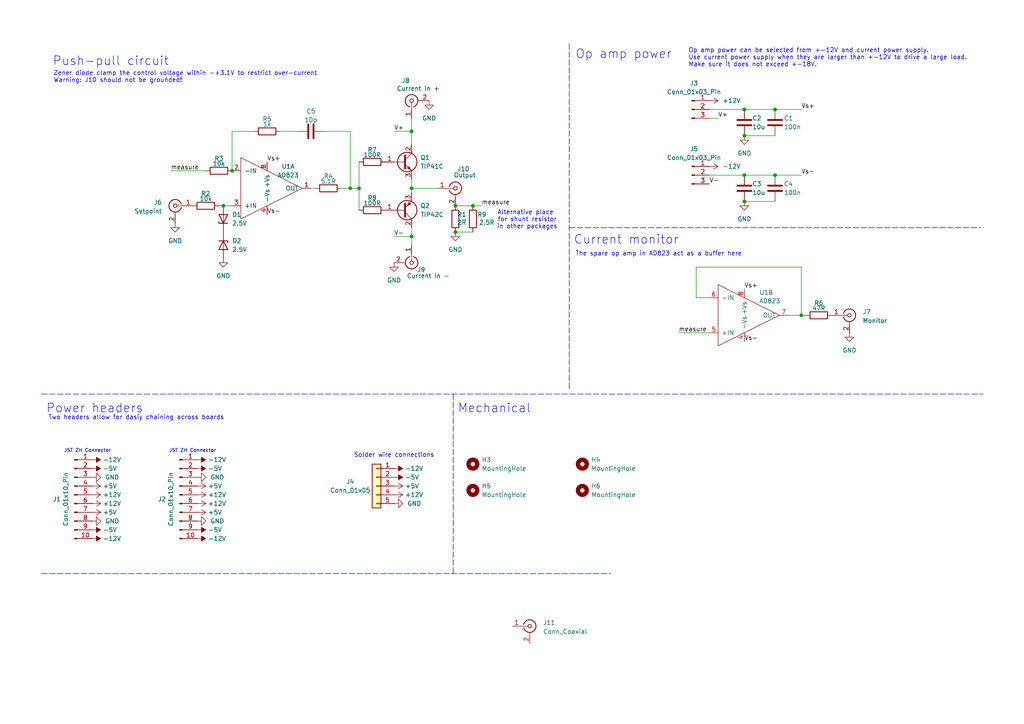
<source format=kicad_sch>
(kicad_sch (version 20250114) (generator "eeschema") (generator_version "9.0")
  (paper "A4")
  (title_block (title "Bipolar current control") (date "2025-06-04") (company "Mueller Group, UC Berkeley"))
  (lib_symbols
    (symbol "Connector:Conn_01x03_Pin" (pin_names (offset 1.016) (hide yes))
      (property "Reference" "J" (at 0 5.08 0))
      (property "Value" "Conn_01x03_Pin" (at 0 -5.08 0))
      (symbol "Conn_01x03_Pin_1_1"
        (rectangle (start 0.8636 2.667) (end 0 2.413) (stroke (width 0.1524)) (fill (type outline)))
        (rectangle (start 0.8636 0.127) (end 0 -0.127) (stroke (width 0.1524)) (fill (type outline)))
        (rectangle (start 0.8636 -2.413) (end 0 -2.667) (stroke (width 0.1524)) (fill (type outline)))
        (polyline (pts (xy 1.27 2.54) (xy 0.8636 2.54)) (stroke (width 0.1524)))
        (polyline (pts (xy 1.27 0) (xy 0.8636 0)) (stroke (width 0.1524)))
        (polyline (pts (xy 1.27 -2.54) (xy 0.8636 -2.54)) (stroke (width 0.1524)))
        (pin passive line (at 5.08 2.54 180) (length 3.81) (name "Pin_1") (number "1"))
        (pin passive line (at 5.08 0 180) (length 3.81) (name "Pin_2") (number "2"))
        (pin passive line (at 5.08 -2.54 180) (length 3.81) (name "Pin_3") (number "3"))
      )
    )
    (symbol "Connector:Conn_01x10_Pin" (pin_names (offset 1.016) (hide yes))
      (property "Reference" "J" (at 0 12.7 0))
      (property "Value" "Conn_01x10_Pin" (at 0 -15.24 0))
      (symbol "Conn_01x10_Pin_1_1"
        (rectangle (start 0.8636 10.287) (end 0 10.033) (stroke (width 0.1524)) (fill (type outline)))
        (rectangle (start 0.8636 7.747) (end 0 7.493) (stroke (width 0.1524)) (fill (type outline)))
        (rectangle (start 0.8636 5.207) (end 0 4.953) (stroke (width 0.1524)) (fill (type outline)))
        (rectangle (start 0.8636 2.667) (end 0 2.413) (stroke (width 0.1524)) (fill (type outline)))
        (rectangle (start 0.8636 0.127) (end 0 -0.127) (stroke (width 0.1524)) (fill (type outline)))
        (rectangle (start 0.8636 -2.413) (end 0 -2.667) (stroke (width 0.1524)) (fill (type outline)))
        (rectangle (start 0.8636 -4.953) (end 0 -5.207) (stroke (width 0.1524)) (fill (type outline)))
        (rectangle (start 0.8636 -7.493) (end 0 -7.747) (stroke (width 0.1524)) (fill (type outline)))
        (rectangle (start 0.8636 -10.033) (end 0 -10.287) (stroke (width 0.1524)) (fill (type outline)))
        (rectangle (start 0.8636 -12.573) (end 0 -12.827) (stroke (width 0.1524)) (fill (type outline)))
        (polyline (pts (xy 1.27 10.16) (xy 0.8636 10.16)) (stroke (width 0.1524)))
        (polyline (pts (xy 1.27 7.62) (xy 0.8636 7.62)) (stroke (width 0.1524)))
        (polyline (pts (xy 1.27 5.08) (xy 0.8636 5.08)) (stroke (width 0.1524)))
        (polyline (pts (xy 1.27 2.54) (xy 0.8636 2.54)) (stroke (width 0.1524)))
        (polyline (pts (xy 1.27 0) (xy 0.8636 0)) (stroke (width 0.1524)))
        (polyline (pts (xy 1.27 -2.54) (xy 0.8636 -2.54)) (stroke (width 0.1524)))
        (polyline (pts (xy 1.27 -5.08) (xy 0.8636 -5.08)) (stroke (width 0.1524)))
        (polyline (pts (xy 1.27 -7.62) (xy 0.8636 -7.62)) (stroke (width 0.1524)))
        (polyline (pts (xy 1.27 -10.16) (xy 0.8636 -10.16)) (stroke (width 0.1524)))
        (polyline (pts (xy 1.27 -12.7) (xy 0.8636 -12.7)) (stroke (width 0.1524)))
        (pin passive line (at 5.08 10.16 180) (length 3.81) (name "Pin_1") (number "1"))
        (pin passive line (at 5.08 7.62 180) (length 3.81) (name "Pin_2") (number "2"))
        (pin passive line (at 5.08 5.08 180) (length 3.81) (name "Pin_3") (number "3"))
        (pin passive line (at 5.08 2.54 180) (length 3.81) (name "Pin_4") (number "4"))
        (pin passive line (at 5.08 0 180) (length 3.81) (name "Pin_5") (number "5"))
        (pin passive line (at 5.08 -2.54 180) (length 3.81) (name "Pin_6") (number "6"))
        (pin passive line (at 5.08 -5.08 180) (length 3.81) (name "Pin_7") (number "7"))
        (pin passive line (at 5.08 -7.62 180) (length 3.81) (name "Pin_8") (number "8"))
        (pin passive line (at 5.08 -10.16 180) (length 3.81) (name "Pin_9") (number "9"))
        (pin passive line (at 5.08 -12.7 180) (length 3.81) (name "Pin_10") (number "10"))
      )
    )
    (symbol "Connector:Conn_Coaxial" (pin_names (offset 1.016) (hide yes))
      (property "Reference" "J" (at 0.254 3.048 0))
      (property "Value" "Conn_Coaxial" (at 2.921 0 90))
      (symbol "Conn_Coaxial_0_1"
        (polyline (pts (xy -2.54 0) (xy -0.508 0)))
        (arc (start 1.778 0) (mid 0.222 -1.8079) (end -1.778 -0.508) (stroke (width 0.254)))
        (arc (start -1.778 0.508) (mid 0.2221 1.8084) (end 1.778 0) (stroke (width 0.254)))
        (circle (center 0 0) (radius 0.508) (stroke (width 0.2032)))
        (polyline (pts (xy 0 -2.54) (xy 0 -1.778)))
      )
      (symbol "Conn_Coaxial_1_1"
        (pin passive line (at -5.08 0 0) (length 2.54) (name "In") (number "1"))
        (pin passive line (at 0 -5.08 90) (length 2.54) (name "Ext") (number "2"))
      )
    )
    (symbol "Connector_Generic:Conn_01x05" (pin_names (offset 1.016) (hide yes))
      (property "Reference" "J" (at 0 7.62 0))
      (property "Value" "Conn_01x05" (at 0 -7.62 0))
      (symbol "Conn_01x05_1_1"
        (rectangle (start -1.27 6.35) (end 1.27 -6.35) (stroke (width 0.254)) (fill (type background)))
        (rectangle (start -1.27 5.207) (end 0 4.953) (stroke (width 0.1524)))
        (rectangle (start -1.27 2.667) (end 0 2.413) (stroke (width 0.1524)))
        (rectangle (start -1.27 0.127) (end 0 -0.127) (stroke (width 0.1524)))
        (rectangle (start -1.27 -2.413) (end 0 -2.667) (stroke (width 0.1524)))
        (rectangle (start -1.27 -4.953) (end 0 -5.207) (stroke (width 0.1524)))
        (pin passive line (at -5.08 5.08 0) (length 3.81) (name "Pin_1") (number "1"))
        (pin passive line (at -5.08 2.54 0) (length 3.81) (name "Pin_2") (number "2"))
        (pin passive line (at -5.08 0 0) (length 3.81) (name "Pin_3") (number "3"))
        (pin passive line (at -5.08 -2.54 0) (length 3.81) (name "Pin_4") (number "4"))
        (pin passive line (at -5.08 -5.08 0) (length 3.81) (name "Pin_5") (number "5"))
      )
    )
    (symbol "Device:C" (pin_numbers (hide yes)) (pin_names (offset 0.254))
      (property "Reference" "C" (at 0.635 2.54 0))
      (property "Value" "C" (at 0.635 -2.54 0))
      (symbol "C_0_1"
        (polyline (pts (xy -2.032 0.762) (xy 2.032 0.762)) (stroke (width 0.508)))
        (polyline (pts (xy -2.032 -0.762) (xy 2.032 -0.762)) (stroke (width 0.508)))
      )
      (symbol "C_1_1"
        (pin passive line (at 0 3.81 270) (length 2.794) (name "~") (number "1"))
        (pin passive line (at 0 -3.81 90) (length 2.794) (name "~") (number "2"))
      )
    )
    (symbol "Device:D_Zener" (pin_numbers (hide yes)) (pin_names (offset 1.016) (hide yes))
      (property "Reference" "D" (at 0 2.54 0))
      (property "Value" "D_Zener" (at 0 -2.54 0))
      (symbol "D_Zener_0_1"
        (polyline (pts (xy -1.27 -1.27) (xy -1.27 1.27) (xy -0.762 1.27)) (stroke (width 0.254)))
        (polyline (pts (xy 1.27 0) (xy -1.27 0)))
        (polyline (pts (xy 1.27 -1.27) (xy 1.27 1.27) (xy -1.27 0) (xy 1.27 -1.27)) (stroke (width 0.254)))
      )
      (symbol "D_Zener_1_1"
        (pin passive line (at -3.81 0 0) (length 2.54) (name "K") (number "1"))
        (pin passive line (at 3.81 0 180) (length 2.54) (name "A") (number "2"))
      )
    )
    (symbol "Device:R" (pin_numbers (hide yes)) (pin_names (offset 0))
      (property "Reference" "R" (at 2.032 0 90))
      (property "Value" "R" (at 0 0 90))
      (symbol "R_0_1"
        (rectangle (start -1.016 -2.54) (end 1.016 2.54) (stroke (width 0.254)))
      )
      (symbol "R_1_1"
        (pin passive line (at 0 3.81 270) (length 1.27) (name "~") (number "1"))
        (pin passive line (at 0 -3.81 90) (length 1.27) (name "~") (number "2"))
      )
    )
    (symbol "Mechanical:MountingHole" (pin_names (offset 1.016)) (exclude_from_sim yes) (in_bom no)
      (property "Reference" "H" (at 0 5.08 0))
      (property "Value" "MountingHole" (at 0 3.175 0))
      (symbol "MountingHole_0_1"
        (circle (center 0 0) (radius 1.27) (stroke (width 1.27)))
      )
    )
    (symbol "Transistor_BJT:TIP41C" (pin_names (offset 0) (hide yes))
      (property "Reference" "Q" (at 6.35 1.905 0))
      (property "Value" "TIP41C" (at 6.35 0 0))
      (symbol "TIP41C_0_1"
        (polyline (pts (xy -2.54 0) (xy 0.635 0)))
        (polyline (pts (xy 0.635 1.905) (xy 0.635 -1.905)) (stroke (width 0.508)))
        (circle (center 1.27 0) (radius 2.8194) (stroke (width 0.254)))
      )
      (symbol "TIP41C_1_1"
        (polyline (pts (xy 0.635 0.635) (xy 2.54 2.54)))
        (polyline (pts (xy 0.635 -0.635) (xy 2.54 -2.54)))
        (polyline (pts (xy 1.27 -1.778) (xy 1.778 -1.27) (xy 2.286 -2.286) (xy 1.27 -1.778)) (fill (type outline)))
        (pin input line (at -5.08 0 0) (length 2.54) (name "B") (number "1"))
        (pin passive line (at 2.54 5.08 270) (length 2.54) (name "C") (number "2"))
        (pin passive line (at 2.54 -5.08 90) (length 2.54) (name "E") (number "3"))
      )
    )
    (symbol "Transistor_BJT:TIP42C" (pin_names (offset 0) (hide yes))
      (property "Reference" "Q" (at 6.35 1.905 0))
      (property "Value" "TIP42C" (at 6.35 0 0))
      (symbol "TIP42C_0_1"
        (polyline (pts (xy -2.54 0) (xy 0.635 0)))
        (polyline (pts (xy 0.635 1.905) (xy 0.635 -1.905)) (stroke (width 0.508)))
        (polyline (pts (xy 0.635 0.635) (xy 2.54 2.54)))
        (polyline (pts (xy 0.635 -0.635) (xy 2.54 -2.54)))
        (circle (center 1.27 0) (radius 2.8194) (stroke (width 0.254)))
        (polyline (pts (xy 2.286 -1.778) (xy 1.778 -2.286) (xy 1.27 -1.27) (xy 2.286 -1.778)) (fill (type outline)))
      )
      (symbol "TIP42C_1_1"
        (pin input line (at -5.08 0 0) (length 2.54) (name "B") (number "1"))
        (pin passive line (at 2.54 5.08 270) (length 2.54) (name "C") (number "2"))
        (pin passive line (at 2.54 -5.08 90) (length 2.54) (name "E") (number "3"))
      )
    )
    (symbol "matterwaves_symbol:AD823" (pin_names (offset 1.016))
      (property "Reference" "U" (at -11.43 1.27 0))
      (property "Value" "AD823" (at -11.43 -1.27 0))
      (symbol "AD823_0_1"
        (polyline (pts (xy 10.16 0) (xy -7.62 -8.89) (xy -7.62 8.89) (xy 10.16 0)))
        (pin passive line (at 0 7.62 270) (length 2.54) (name "+Vs") (number "8"))
        (pin passive line (at 0 -7.62 90) (length 2.54) (name "-Vs") (number "4"))
      )
      (symbol "AD823_1_1"
        (pin passive line (at -10.16 5.08 0) (length 2.54) (name "-IN") (number "2"))
        (pin passive line (at -10.16 -5.08 0) (length 2.54) (name "+IN") (number "3"))
        (pin passive line (at 12.7 0 180) (length 2.54) (name "OUT") (number "1"))
      )
      (symbol "AD823_2_1"
        (pin passive line (at -10.16 5.08 0) (length 2.54) (name "-IN") (number "6"))
        (pin passive line (at -10.16 -5.08 0) (length 2.54) (name "+IN") (number "5"))
        (pin passive line (at 12.7 0 180) (length 2.54) (name "OUT") (number "7"))
      )
    )
    (symbol "power:+12V" (power) (pin_numbers (hide yes)) (pin_names (offset 0) (hide yes))
      (property "Value" "+12V" (at 0 3.556 0))
      (symbol "+12V_0_1"
        (polyline (pts (xy -0.762 1.27) (xy 0 2.54)))
        (polyline (pts (xy 0 2.54) (xy 0.762 1.27)))
        (polyline (pts (xy 0 0) (xy 0 2.54)))
      )
      (symbol "+12V_1_1"
        (pin power_in line (at 0 0 90) (length 0) (name "~") (number "1"))
      )
    )
    (symbol "power:+5V" (power) (pin_numbers (hide yes)) (pin_names (offset 0) (hide yes))
      (property "Value" "+5V" (at 0 3.556 0))
      (symbol "+5V_0_1"
        (polyline (pts (xy -0.762 1.27) (xy 0 2.54)))
        (polyline (pts (xy 0 2.54) (xy 0.762 1.27)))
        (polyline (pts (xy 0 0) (xy 0 2.54)))
      )
      (symbol "+5V_1_1"
        (pin power_in line (at 0 0 90) (length 0) (name "~") (number "1"))
      )
    )
    (symbol "power:-12V" (power) (pin_numbers (hide yes)) (pin_names (offset 0) (hide yes))
      (property "Value" "-12V" (at 0 3.556 0))
      (symbol "-12V_0_0"
        (pin power_in line (at 0 0 90) (length 0) (name "~") (number "1"))
      )
      (symbol "-12V_0_1"
        (polyline (pts (xy 0 0) (xy 0 1.27) (xy 0.762 1.27) (xy 0 2.54) (xy -0.762 1.27) (xy 0 1.27)) (fill (type outline)))
      )
    )
    (symbol "power:-5V" (power) (pin_numbers (hide yes)) (pin_names (offset 0) (hide yes))
      (property "Value" "-5V" (at 0 3.556 0))
      (symbol "-5V_0_0"
        (pin power_in line (at 0 0 90) (length 0) (name "~") (number "1"))
      )
      (symbol "-5V_0_1"
        (polyline (pts (xy 0 0) (xy 0 1.27) (xy 0.762 1.27) (xy 0 2.54) (xy -0.762 1.27) (xy 0 1.27)) (fill (type outline)))
      )
    )
    (symbol "power:GND" (power) (pin_numbers (hide yes)) (pin_names (offset 0) (hide yes))
      (property "Value" "GND" (at 0 -3.81 0))
      (symbol "GND_0_1"
        (polyline (pts (xy 0 0) (xy 0 -1.27) (xy 1.27 -1.27) (xy 0 -2.54) (xy -1.27 -1.27) (xy 0 -1.27)))
      )
      (symbol "GND_1_1"
        (pin power_in line (at 0 0 270) (length 0) (name "~") (number "1"))
      )
    )
  )
  (text "Solder wire connections" (at 114.3 132.08 0) (effects (font (size 1.27 1.27))))
  (text "Mechanical" (at 132.715 120.015 0) (effects (font (size 2.54 2.54)) (justify left bottom)))
  (text "The spare op amp in AD823 act as a buffer here" (at 166.878 74.422 0) (effects (font (size 1.27 1.27)) (justify left bottom)))
  (text "JST ZH Connector" (at 55.88 130.81 0) (effects (font (size 1 1))))
  (text "Power headers" (at 13.335 120.015 0) (effects (font (size 2.54 2.54)) (justify left bottom)))
  (text "Two headers allow for dasiy chaining across boards" (at 13.97 121.92 0) (effects (font (size 1.27 1.27)) (justify left bottom)))
  (text "Push-pull circuit" (at 15.24 19.304 0) (effects (font (size 2.54 2.54)) (justify left bottom)))
  (text "Alternative place \nfor shunt resistor\nin other packages" (at 152.908 63.754 0) (effects (font (size 1.27 1.27))))
  (text "Op amp power can be selected from +-12V and current power supply.\nUse current power supply when they are larger than +-12V to drive a large load.\nMake sure it does not exceed +-18V.\n" (at 199.644 16.764 0) (effects (font (size 1.27 1.27)) (justify left)))
  (text "JST ZH Connector" (at 25.4 130.81 0) (effects (font (size 1 1))))
  (text "Current monitor" (at 166.37 71.12 0) (effects (font (size 2.54 2.54)) (justify left bottom)))
  (text "Zener diode clamp the control voltage within -+3.1V to restrict over-current\nWarning: J10 should not be grounded!" (at 15.494 24.13 0) (effects (font (size 1.27 1.27)) (justify left bottom)))
  (text "Op amp power" (at 166.878 17.272 0) (effects (font (size 2.54 2.54)) (justify left bottom)))
  (junction (at 232.41 91.44))
  (junction (at 104.14 54.61))
  (junction (at 137.16 59.69))
  (junction (at 64.77 59.69))
  (junction (at 224.79 31.75))
  (junction (at 101.6 54.61))
  (junction (at 119.38 38.1))
  (junction (at 119.38 54.61))
  (junction (at 224.79 50.8))
  (junction (at 132.08 67.31))
  (junction (at 119.38 68.58))
  (junction (at 215.9 39.37))
  (junction (at 215.9 50.8))
  (junction (at 132.08 59.69))
  (junction (at 215.9 58.42))
  (junction (at 215.9 31.75))
  (junction (at 67.31 49.53))
  (wire (pts (xy 86.36 38.1) (xy 81.28 38.1)))
  (wire (pts (xy 63.5 59.69) (xy 64.77 59.69)))
  (wire (pts (xy 205.74 86.36) (xy 201.93 86.36)))
  (polyline (pts (xy 12.065 166.37) (xy 177.165 166.37)) (stroke (width 0) (type dash)))
  (wire (pts (xy 132.08 67.31) (xy 137.16 67.31)))
  (wire (pts (xy 119.38 52.07) (xy 119.38 54.61)))
  (wire (pts (xy 233.68 91.44) (xy 232.41 91.44)))
  (wire (pts (xy 215.9 58.42) (xy 224.79 58.42)))
  (wire (pts (xy 119.38 68.58) (xy 119.38 66.04)))
  (wire (pts (xy 215.9 39.37) (xy 224.79 39.37)))
  (wire (pts (xy 101.6 54.61) (xy 104.14 54.61)))
  (wire (pts (xy 104.14 54.61) (xy 104.14 60.96)))
  (polyline (pts (xy 165.1 66.04) (xy 284.48 66.04)) (stroke (width 0) (type dash)))
  (wire (pts (xy 49.53 49.53) (xy 59.69 49.53)))
  (wire (pts (xy 132.08 59.69) (xy 137.16 59.69)))
  (wire (pts (xy 67.31 38.1) (xy 73.66 38.1)))
  (wire (pts (xy 119.38 54.61) (xy 127 54.61)))
  (wire (pts (xy 201.93 86.36) (xy 201.93 77.47)))
  (wire (pts (xy 232.41 31.75) (xy 224.79 31.75)))
  (wire (pts (xy 93.98 38.1) (xy 101.6 38.1)))
  (wire (pts (xy 119.38 38.1) (xy 119.38 41.91)))
  (wire (pts (xy 228.6 91.44) (xy 232.41 91.44)))
  (polyline (pts (xy 131.445 114.3) (xy 131.445 166.37)) (stroke (width 0) (type dash)))
  (polyline (pts (xy 12.065 114.3) (xy 285.115 114.3)) (stroke (width 0) (type dash)))
  (wire (pts (xy 205.74 50.8) (xy 215.9 50.8)))
  (wire (pts (xy 201.93 77.47) (xy 232.41 77.47)))
  (wire (pts (xy 196.85 96.52) (xy 205.74 96.52)))
  (wire (pts (xy 90.17 54.61) (xy 91.44 54.61)))
  (wire (pts (xy 119.38 34.29) (xy 119.38 38.1)))
  (wire (pts (xy 232.41 77.47) (xy 232.41 91.44)))
  (wire (pts (xy 139.7 59.69) (xy 137.16 59.69)))
  (wire (pts (xy 232.41 50.8) (xy 224.79 50.8)))
  (polyline (pts (xy 165.1 12.7) (xy 165.1 113.03)) (stroke (width 0) (type dash)))
  (wire (pts (xy 119.38 71.12) (xy 119.38 68.58)))
  (wire (pts (xy 101.6 38.1) (xy 101.6 54.61)))
  (wire (pts (xy 64.77 59.69) (xy 67.31 59.69)))
  (wire (pts (xy 224.79 31.75) (xy 215.9 31.75)))
  (wire (pts (xy 114.3 38.1) (xy 119.38 38.1)))
  (wire (pts (xy 114.3 68.58) (xy 119.38 68.58)))
  (wire (pts (xy 104.14 46.99) (xy 104.14 54.61)))
  (wire (pts (xy 101.6 54.61) (xy 99.06 54.61)))
  (wire (pts (xy 208.28 34.29) (xy 205.74 34.29)))
  (wire (pts (xy 67.31 49.53) (xy 67.31 38.1)))
  (wire (pts (xy 205.74 31.75) (xy 215.9 31.75)))
  (wire (pts (xy 119.38 54.61) (xy 119.38 55.88)))
  (wire (pts (xy 224.79 50.8) (xy 215.9 50.8)))
  (label "Vs+" (at 77.47 46.99 0))
  (label "Vs-" (at 232.41 50.8 0))
  (label "measure" (at 196.85 96.52 0))
  (label "measure" (at 139.7 59.69 0))
  (label "Vs+" (at 232.41 31.75 0))
  (label "Vs-" (at 215.9 99.06 0))
  (label "V+" (at 114.3 38.1 0))
  (label "Vs-" (at 77.47 62.23 0))
  (label "V+" (at 208.28 34.29 0))
  (label "measure" (at 49.53 49.53 0))
  (label "V-" (at 114.3 68.58 0))
  (label "Vs+" (at 215.9 83.82 0))
  (label "V-" (at 205.74 53.34 0))
  (symbol (lib_id "Connector:Conn_01x03_Pin") (at 200.66 31.75 0) (unit 1)
    (property "Reference" "J3" (at 201.295 24.13 0))
    (property "Value" "Conn_01x03_Pin" (at 201.295 26.67 0))
    (property "Footprint" "Connector_PinHeader_2.54mm:PinHeader_1x03_P2.54mm_Vertical" (effects (hide yes)))
    (property "Description" "Generic connector, single row, 01x03, script generated" (effects (hide yes)))
  )
  (symbol (lib_id "power:-12V") (at 114.3 135.89 270) (unit 1)
    (property "Reference" "#PWR023" (effects (hide yes)))
    (property "Value" "-12V" (at 117.475 135.89 90) (effects (justify left)))
    (property "Description" "Power symbol creates a global label with name \"-12V\"" (effects (hide yes)))
  )
  (symbol (lib_id "power:GND") (at 124.46 29.21 0) (unit 1)
    (property "Reference" "#PWR021" (effects (hide yes)))
    (property "Value" "GND" (at 124.46 34.29 0))
    (property "Description" "Power symbol creates a global label with name \"GND\" , ground" (effects (hide yes)))
  )
  (symbol (lib_id "Device:R") (at 137.16 63.5 0) (unit 1)
    (property "Reference" "R9" (at 138.43 62.23 0) (effects (justify left)))
    (property "Value" "2.5R" (at 138.938 64.516 0) (effects (justify left)))
    (property "Footprint" "Resistor_THT:R_Axial_Power_L25.0mm_W9.0mm_P30.48mm" (effects (hide yes)))
    (property "Description" "Resistor" (effects (hide yes)))
    (property "LCSC" "C19708020" (effects (hide yes)))
  )
  (symbol (lib_id "Device:R") (at 107.95 60.96 90) (unit 1)
    (property "Reference" "R8" (at 107.95 57.404 90))
    (property "Value" "100R" (at 107.95 58.928 90))
    (property "Footprint" "Resistor_THT:R_Axial_DIN0207_L6.3mm_D2.5mm_P10.16mm_Horizontal" (effects (hide yes)))
    (property "Description" "Resistor" (effects (hide yes)))
    (property "LCSC" "C57438" (effects (hide yes)))
  )
  (symbol (lib_id "Mechanical:MountingHole") (at 137.16 134.62 0) (unit 1) (exclude_from_sim yes) (in_bom no)
    (property "Reference" "H3" (at 139.7 133.3499 0) (effects (justify left)))
    (property "Value" "MountingHole" (at 139.7 135.8899 0) (effects (justify left)))
    (property "Footprint" "MountingHole:MountingHole_3.2mm_M3" (effects (hide yes)))
    (property "Description" "Mounting Hole without connection" (effects (hide yes)))
  )
  (symbol (lib_id "Transistor_BJT:TIP41C") (at 116.84 46.99 0) (unit 1)
    (property "Reference" "Q1" (at 121.92 45.7199 0) (effects (justify left)))
    (property "Value" "TIP41C" (at 121.92 48.2599 0) (effects (justify left)))
    (property "Footprint" "Package_TO_SOT_THT:TO-220-3_Vertical" (effects (hide yes)))
    (property "Datasheet" "https://www.centralsemi.com/get_document.php?cmp=1&mergetype=pd&mergepath=pd&pdf_id=tip41.PDF" (effects (hide yes)))
    (property "Description" "6A Ic, 100V Vce, Power NPN Transistor, TO-220" (effects (hide yes)))
    (property "LCSC" "C92310" (effects (hide yes)))
  )
  (symbol (lib_id "power:-12V") (at 57.15 156.21 270) (unit 1)
    (property "Reference" "#PWR020" (effects (hide yes)))
    (property "Value" "-12V" (at 60.325 156.21 90) (effects (justify left)))
    (property "Description" "Power symbol creates a global label with name \"-12V\"" (effects (hide yes)))
  )
  (symbol (lib_id "power:GND") (at 114.3 146.05 90) (unit 1)
    (property "Reference" "#PWR027" (effects (hide yes)))
    (property "Value" "GND" (at 118.11 146.05 90) (effects (justify right)))
    (property "Description" "Power symbol creates a global label with name \"GND\" , ground" (effects (hide yes)))
  )
  (symbol (lib_id "power:+12V") (at 26.67 146.05 270) (unit 1)
    (property "Reference" "#PWR06" (effects (hide yes)))
    (property "Value" "+12V" (at 29.845 146.05 90) (effects (justify left)))
    (property "Description" "Power symbol creates a global label with name \"+12V\"" (effects (hide yes)))
  )
  (symbol (lib_id "power:GND") (at 57.15 151.13 90) (unit 1)
    (property "Reference" "#PWR018" (effects (hide yes)))
    (property "Value" "GND" (at 60.96 151.13 90) (effects (justify right)))
    (property "Description" "Power symbol creates a global label with name \"GND\" , ground" (effects (hide yes)))
  )
  (symbol (lib_id "power:GND") (at 64.77 74.93 0) (unit 1)
    (property "Reference" "#PWR035" (effects (hide yes)))
    (property "Value" "GND" (at 64.77 80.01 0))
    (property "Description" "Power symbol creates a global label with name \"GND\" , ground" (effects (hide yes)))
  )
  (symbol (lib_id "power:+5V") (at 26.67 140.97 270) (unit 1)
    (property "Reference" "#PWR04" (effects (hide yes)))
    (property "Value" "+5V" (at 29.845 140.97 90) (effects (justify left)))
    (property "Description" "Power symbol creates a global label with name \"+5V\"" (effects (hide yes)))
  )
  (symbol (lib_id "Device:R") (at 95.25 54.61 90) (unit 1)
    (property "Reference" "R4" (at 95.25 51.054 90))
    (property "Value" "5.1R" (at 95.25 52.578 90))
    (property "Footprint" "Resistor_THT:R_Axial_DIN0207_L6.3mm_D2.5mm_P10.16mm_Horizontal" (effects (hide yes)))
    (property "Description" "Resistor" (effects (hide yes)))
    (property "LCSC" "C58639" (effects (hide yes)))
  )
  (symbol (lib_id "Device:C") (at 215.9 35.56 0) (unit 1)
    (property "Reference" "C2" (at 218.186 34.29 0) (effects (justify left)))
    (property "Value" "10u" (at 218.186 36.83 0) (effects (justify left)))
    (property "Footprint" "Capacitor_THT:C_Disc_D4.3mm_W1.9mm_P5.00mm" (effects (hide yes)))
    (property "Description" "Unpolarized capacitor" (effects (hide yes)))
  )
  (symbol (lib_id "power:GND") (at 114.3 76.2 0) (unit 1)
    (property "Reference" "#PWR022" (effects (hide yes)))
    (property "Value" "GND" (at 114.3 81.28 0))
    (property "Description" "Power symbol creates a global label with name \"GND\" , ground" (effects (hide yes)))
  )
  (symbol (lib_id "Device:C") (at 90.17 38.1 90) (unit 1)
    (property "Reference" "C5" (at 90.17 32.258 90))
    (property "Value" "10p" (at 90.17 34.798 90))
    (property "Footprint" "Capacitor_THT:C_Disc_D5.0mm_W2.5mm_P5.00mm" (effects (hide yes)))
    (property "Description" "Unpolarized capacitor" (effects (hide yes)))
    (property "LCSC" "C123155" (effects (hide yes)))
  )
  (symbol (lib_id "power:+12V") (at 57.15 143.51 270) (unit 1)
    (property "Reference" "#PWR015" (effects (hide yes)))
    (property "Value" "+12V" (at 60.325 143.51 90) (effects (justify left)))
    (property "Description" "Power symbol creates a global label with name \"+12V\"" (effects (hide yes)))
  )
  (symbol (lib_id "Connector:Conn_Coaxial") (at 132.08 54.61 0) (unit 1)
    (property "Reference" "J10" (at 132.588 49.022 0) (effects (justify left)))
    (property "Value" "Output" (at 131.572 50.8 0) (effects (justify left)))
    (property "Footprint" "Connector_Coaxial:SMA_Molex_73251-1153_EdgeMount_Horizontal" (effects (hide yes)))
    (property "Description" "coaxial connector (BNC, SMA, SMB, SMC, Cinch/RCA, LEMO, ...)" (effects (hide yes)))
    (property "Digikey PN" "900-0732511153-ND" (effects (hide yes)))
  )
  (symbol (lib_id "Connector:Conn_Coaxial") (at 246.38 91.44 0) (unit 1)
    (property "Reference" "J7" (at 250.19 90.4631 0) (effects (justify left)))
    (property "Value" "Monitor" (at 250.19 93.0031 0) (effects (justify left)))
    (property "Footprint" "Connector_Coaxial:SMA_Molex_73251-1153_EdgeMount_Horizontal" (effects (hide yes)))
    (property "Description" "coaxial connector (BNC, SMA, SMB, SMC, Cinch/RCA, LEMO, ...)" (effects (hide yes)))
    (property "Digikey PN" "900-0732511153-ND" (effects (hide yes)))
  )
  (symbol (lib_id "power:GND") (at 26.67 138.43 90) (unit 1)
    (property "Reference" "#PWR03" (effects (hide yes)))
    (property "Value" "GND" (at 30.48 138.43 90) (effects (justify right)))
    (property "Description" "Power symbol creates a global label with name \"GND\" , ground" (effects (hide yes)))
  )
  (symbol (lib_id "Connector:Conn_01x10_Pin") (at 21.59 143.51 0) (unit 1)
    (property "Reference" "J1" (at 16.51 144.78 0))
    (property "Value" "Conn_01x10_Pin" (at 19.05 144.78 90))
    (property "Footprint" "Connector_JST:JST_ZH_B10B-ZR_1x10_P1.50mm_Vertical" (effects (hide yes)))
    (property "Description" "Generic connector, single row, 01x10, script generated" (effects (hide yes)))
    (property "Digikey PN" "455-S10B-ZR-ND" (effects (hide yes)))
  )
  (symbol (lib_id "Connector_Generic:Conn_01x05") (at 109.22 140.97 0) (mirror y) (unit 1)
    (property "Reference" "J4" (at 101.6 139.7 0))
    (property "Value" "Conn_01x05" (at 101.6 142.24 0))
    (property "Footprint" "Connector_Wire:SolderWire-0.75sqmm_1x05_P4.8mm_D1.25mm_OD2.3mm" (effects (hide yes)))
    (property "Description" "Generic connector, single row, 01x05, script generated (kicad-library-utils/schlib/autogen/connector/)" (effects (hide yes)))
  )
  (symbol (lib_id "Device:C") (at 224.79 54.61 0) (unit 1)
    (property "Reference" "C4" (at 227.33 53.34 0) (effects (justify left)))
    (property "Value" "100n" (at 227.33 55.88 0) (effects (justify left)))
    (property "Footprint" "Capacitor_THT:C_Disc_D4.3mm_W1.9mm_P5.00mm" (effects (hide yes)))
    (property "Description" "Unpolarized capacitor" (effects (hide yes)))
  )
  (symbol (lib_id "power:+5V") (at 57.15 140.97 270) (unit 1)
    (property "Reference" "#PWR014" (effects (hide yes)))
    (property "Value" "+5V" (at 60.325 140.97 90) (effects (justify left)))
    (property "Description" "Power symbol creates a global label with name \"+5V\"" (effects (hide yes)))
  )
  (symbol (lib_id "power:GND") (at 50.8 64.77 0) (unit 1)
    (property "Reference" "#PWR032" (effects (hide yes)))
    (property "Value" "GND" (at 50.8 69.85 0))
    (property "Description" "Power symbol creates a global label with name \"GND\" , ground" (effects (hide yes)))
  )
  (symbol (lib_id "Device:C") (at 215.9 54.61 0) (unit 1)
    (property "Reference" "C3" (at 218.186 53.34 0) (effects (justify left)))
    (property "Value" "10u" (at 218.186 55.88 0) (effects (justify left)))
    (property "Footprint" "Capacitor_THT:C_Disc_D4.3mm_W1.9mm_P5.00mm" (effects (hide yes)))
    (property "Description" "Unpolarized capacitor" (effects (hide yes)))
  )
  (symbol (lib_id "Device:R") (at 132.08 63.5 0) (unit 1)
    (property "Reference" "R1" (at 132.588 62.23 0) (effects (justify left)))
    (property "Value" "2R" (at 132.588 64.516 0) (effects (justify left)))
    (property "Footprint" "Package_TO_SOT_THT:TO-220F-2_Horizontal_TabUp" (effects (hide yes)))
    (property "Description" "Resistor" (effects (hide yes)))
    (property "LCSC" "C19708020" (effects (hide yes)))
  )
  (symbol (lib_id "power:+5V") (at 26.67 148.59 270) (unit 1)
    (property "Reference" "#PWR07" (effects (hide yes)))
    (property "Value" "+5V" (at 29.845 148.59 90) (effects (justify left)))
    (property "Description" "Power symbol creates a global label with name \"+5V\"" (effects (hide yes)))
  )
  (symbol (lib_id "power:+12V") (at 205.74 29.21 270) (unit 1)
    (property "Reference" "#PWR029" (effects (hide yes)))
    (property "Value" "+12V" (at 209.55 29.2099 90) (effects (justify left)))
    (property "Description" "Power symbol creates a global label with name \"+12V\"" (effects (hide yes)))
  )
  (symbol (lib_id "Device:D_Zener") (at 64.77 63.5 90) (unit 1)
    (property "Reference" "D1" (at 67.31 62.2299 90) (effects (justify right)))
    (property "Value" "2.5V" (at 67.31 64.7699 90) (effects (justify right)))
    (property "Footprint" "Diode_THT:D_DO-35_SOD27_P10.16mm_Horizontal" (effects (hide yes)))
    (property "Description" "Zener diode" (effects (hide yes)))
    (property "LCSC" "C118643 " (effects (hide yes)))
  )
  (symbol (lib_id "power:-5V") (at 26.67 153.67 270) (unit 1)
    (property "Reference" "#PWR09" (effects (hide yes)))
    (property "Value" "-5V" (at 29.845 153.67 90) (effects (justify left)))
    (property "Description" "Power symbol creates a global label with name \"-5V\"" (effects (hide yes)))
  )
  (symbol (lib_id "power:GND") (at 57.15 138.43 90) (unit 1)
    (property "Reference" "#PWR013" (effects (hide yes)))
    (property "Value" "GND" (at 60.96 138.43 90) (effects (justify right)))
    (property "Description" "Power symbol creates a global label with name \"GND\" , ground" (effects (hide yes)))
  )
  (symbol (lib_id "power:GND") (at 26.67 151.13 90) (unit 1)
    (property "Reference" "#PWR08" (effects (hide yes)))
    (property "Value" "GND" (at 30.48 151.13 90) (effects (justify right)))
    (property "Description" "Power symbol creates a global label with name \"GND\" , ground" (effects (hide yes)))
  )
  (symbol (lib_id "Device:R") (at 107.95 46.99 90) (unit 1)
    (property "Reference" "R7" (at 107.95 43.434 90))
    (property "Value" "100R" (at 107.95 44.958 90))
    (property "Footprint" "Resistor_THT:R_Axial_DIN0207_L6.3mm_D2.5mm_P10.16mm_Horizontal" (effects (hide yes)))
    (property "Description" "Resistor" (effects (hide yes)))
    (property "LCSC" "C57438" (effects (hide yes)))
  )
  (symbol (lib_id "power:GND") (at 215.9 58.42 0) (unit 1)
    (property "Reference" "#PWR034" (effects (hide yes)))
    (property "Value" "GND" (at 215.9 63.5 0))
    (property "Description" "Power symbol creates a global label with name \"GND\" , ground" (effects (hide yes)))
  )
  (symbol (lib_id "power:+12V") (at 57.15 146.05 270) (unit 1)
    (property "Reference" "#PWR016" (effects (hide yes)))
    (property "Value" "+12V" (at 60.325 146.05 90) (effects (justify left)))
    (property "Description" "Power symbol creates a global label with name \"+12V\"" (effects (hide yes)))
  )
  (symbol (lib_id "power:-5V") (at 57.15 153.67 270) (unit 1)
    (property "Reference" "#PWR019" (effects (hide yes)))
    (property "Value" "-5V" (at 60.325 153.67 90) (effects (justify left)))
    (property "Description" "Power symbol creates a global label with name \"-5V\"" (effects (hide yes)))
  )
  (symbol (lib_id "Transistor_BJT:TIP42C") (at 116.84 60.96 0) (mirror x) (unit 1)
    (property "Reference" "Q2" (at 121.92 59.6899 0) (effects (justify left)))
    (property "Value" "TIP42C" (at 121.92 62.2299 0) (effects (justify left)))
    (property "Footprint" "Package_TO_SOT_THT:TO-220-3_Vertical" (effects (hide yes)))
    (property "Datasheet" "https://www.centralsemi.com/get_document.php?cmp=1&mergetype=pd&mergepath=pd&pdf_id=TIP42.PDF" (effects (hide yes)))
    (property "Description" "-6A Ic, -100V Vce, Power PNP Transistor, TO-220" (effects (hide yes)))
    (property "LCSC" "C92311" (effects (hide yes)))
  )
  (symbol (lib_id "Device:R") (at 63.5 49.53 90) (unit 1)
    (property "Reference" "R3" (at 63.5 45.974 90))
    (property "Value" "10k" (at 63.5 47.498 90))
    (property "Footprint" "Resistor_THT:R_Axial_DIN0207_L6.3mm_D2.5mm_P10.16mm_Horizontal" (effects (hide yes)))
    (property "Description" "Resistor" (effects (hide yes)))
    (property "LCSC" "C57204" (effects (hide yes)))
  )
  (symbol (lib_id "Connector:Conn_Coaxial") (at 153.67 181.61 0) (unit 1)
    (property "Reference" "J11" (at 157.48 180.6331 0) (effects (justify left)))
    (property "Value" "Conn_Coaxial" (at 157.48 183.1731 0) (effects (justify left)))
    (property "Footprint" "Connector_Coaxial:SMA_Molex_73251-1153_EdgeMount_Horizontal" (effects (hide yes)))
    (property "Description" "coaxial connector (BNC, SMA, SMB, SMC, Cinch/RCA, LEMO, ...)" (effects (hide yes)))
    (property "Digikey PN" "900-0732511153-ND" (effects (hide yes)))
  )
  (symbol (lib_id "power:GND") (at 215.9 39.37 0) (unit 1)
    (property "Reference" "#PWR030" (effects (hide yes)))
    (property "Value" "GND" (at 215.9 44.45 0))
    (property "Description" "Power symbol creates a global label with name \"GND\" , ground" (effects (hide yes)))
  )
  (symbol (lib_id "Mechanical:MountingHole") (at 137.16 142.24 0) (unit 1) (exclude_from_sim yes) (in_bom no)
    (property "Reference" "H5" (at 139.7 140.9699 0) (effects (justify left)))
    (property "Value" "MountingHole" (at 139.7 143.5099 0) (effects (justify left)))
    (property "Footprint" "MountingHole:MountingHole_3.2mm_M3" (effects (hide yes)))
    (property "Description" "Mounting Hole without connection" (effects (hide yes)))
  )
  (symbol (lib_id "Connector:Conn_01x03_Pin") (at 200.66 50.8 0) (unit 1)
    (property "Reference" "J5" (at 201.295 43.18 0))
    (property "Value" "Conn_01x03_Pin" (at 201.295 45.72 0))
    (property "Footprint" "Connector_PinHeader_2.54mm:PinHeader_1x03_P2.54mm_Vertical" (effects (hide yes)))
    (property "Description" "Generic connector, single row, 01x03, script generated" (effects (hide yes)))
  )
  (symbol (lib_id "Mechanical:MountingHole") (at 168.91 142.24 0) (unit 1) (exclude_from_sim yes) (in_bom no)
    (property "Reference" "H6" (at 171.45 140.9699 0) (effects (justify left)))
    (property "Value" "MountingHole" (at 171.45 143.5099 0) (effects (justify left)))
    (property "Footprint" "MountingHole:MountingHole_3.2mm_M3" (effects (hide yes)))
    (property "Description" "Mounting Hole without connection" (effects (hide yes)))
  )
  (symbol (lib_id "power:+12V") (at 205.74 48.26 270) (unit 1)
    (property "Reference" "#PWR033" (effects (hide yes)))
    (property "Value" "-12V" (at 209.55 48.2599 90) (effects (justify left)))
    (property "Description" "Power symbol creates a global label with name \"+12V\"" (effects (hide yes)))
  )
  (symbol (lib_id "Device:R") (at 237.49 91.44 90) (unit 1)
    (property "Reference" "R6" (at 237.49 87.884 90))
    (property "Value" "47R" (at 237.49 89.408 90))
    (property "Footprint" "Resistor_THT:R_Axial_DIN0207_L6.3mm_D2.5mm_P10.16mm_Horizontal" (effects (hide yes)))
    (property "Description" "Resistor" (effects (hide yes)))
    (property "LCSC" "C119296" (effects (hide yes)))
  )
  (symbol (lib_id "power:-12V") (at 57.15 133.35 270) (unit 1)
    (property "Reference" "#PWR011" (effects (hide yes)))
    (property "Value" "-12V" (at 60.325 133.35 90) (effects (justify left)))
    (property "Description" "Power symbol creates a global label with name \"-12V\"" (effects (hide yes)))
  )
  (symbol (lib_id "Connector:Conn_Coaxial") (at 119.38 29.21 90) (unit 1)
    (property "Reference" "J8" (at 118.872 23.368 90) (effects (justify left)))
    (property "Value" "Current in +" (at 127.508 25.654 90) (effects (justify left)))
    (property "Footprint" "Connector_Coaxial:SMA_Molex_73251-1153_EdgeMount_Horizontal" (effects (hide yes)))
    (property "Description" "coaxial connector (BNC, SMA, SMB, SMC, Cinch/RCA, LEMO, ...)" (effects (hide yes)))
    (property "Digikey PN" "900-0732511153-ND" (effects (hide yes)))
  )
  (symbol (lib_id "power:+12V") (at 26.67 143.51 270) (unit 1)
    (property "Reference" "#PWR05" (effects (hide yes)))
    (property "Value" "+12V" (at 29.845 143.51 90) (effects (justify left)))
    (property "Description" "Power symbol creates a global label with name \"+12V\"" (effects (hide yes)))
  )
  (symbol (lib_id "power:-12V") (at 26.67 156.21 270) (unit 1)
    (property "Reference" "#PWR010" (effects (hide yes)))
    (property "Value" "-12V" (at 29.845 156.21 90) (effects (justify left)))
    (property "Description" "Power symbol creates a global label with name \"-12V\"" (effects (hide yes)))
  )
  (symbol (lib_id "power:-5V") (at 26.67 135.89 270) (unit 1)
    (property "Reference" "#PWR02" (effects (hide yes)))
    (property "Value" "-5V" (at 29.845 135.89 90) (effects (justify left)))
    (property "Description" "Power symbol creates a global label with name \"-5V\"" (effects (hide yes)))
  )
  (symbol (lib_id "Device:D_Zener") (at 64.77 71.12 270) (unit 1)
    (property "Reference" "D2" (at 67.31 69.8499 90) (effects (justify left)))
    (property "Value" "2.5V" (at 67.31 72.3899 90) (effects (justify left)))
    (property "Footprint" "Diode_THT:D_DO-35_SOD27_P10.16mm_Horizontal" (effects (hide yes)))
    (property "Description" "Zener diode" (effects (hide yes)))
    (property "LCSC" "C118643 " (effects (hide yes)))
  )
  (symbol (lib_id "Mechanical:MountingHole") (at 168.91 134.62 0) (unit 1) (exclude_from_sim yes) (in_bom no)
    (property "Reference" "H4" (at 171.45 133.3499 0) (effects (justify left)))
    (property "Value" "MountingHole" (at 171.45 135.8899 0) (effects (justify left)))
    (property "Footprint" "MountingHole:MountingHole_3.2mm_M3" (effects (hide yes)))
    (property "Description" "Mounting Hole without connection" (effects (hide yes)))
  )
  (symbol (lib_id "power:+12V") (at 114.3 143.51 270) (unit 1)
    (property "Reference" "#PWR026" (effects (hide yes)))
    (property "Value" "+12V" (at 117.475 143.51 90) (effects (justify left)))
    (property "Description" "Power symbol creates a global label with name \"+12V\"" (effects (hide yes)))
  )
  (symbol (lib_id "Connector:Conn_Coaxial") (at 119.38 76.2 270) (unit 1)
    (property "Reference" "J9" (at 122.174 78.232 90))
    (property "Value" "Current in -" (at 124.206 80.01 90))
    (property "Footprint" "Connector_Coaxial:SMA_Molex_73251-1153_EdgeMount_Horizontal" (effects (hide yes)))
    (property "Description" "coaxial connector (BNC, SMA, SMB, SMC, Cinch/RCA, LEMO, ...)" (effects (hide yes)))
    (property "Digikey PN" "900-0732511153-ND" (effects (hide yes)))
  )
  (symbol (lib_id "power:GND") (at 132.08 67.31 0) (unit 1)
    (property "Reference" "#PWR031" (effects (hide yes)))
    (property "Value" "GND" (at 132.08 72.39 0))
    (property "Description" "Power symbol creates a global label with name \"GND\" , ground" (effects (hide yes)))
  )
  (symbol (lib_id "Device:R") (at 77.47 38.1 90) (unit 1)
    (property "Reference" "R5" (at 77.47 34.544 90))
    (property "Value" "1k" (at 77.47 36.068 90))
    (property "Footprint" "Resistor_THT:R_Axial_DIN0207_L6.3mm_D2.5mm_P10.16mm_Horizontal" (effects (hide yes)))
    (property "Description" "Resistor" (effects (hide yes)))
    (property "LCSC" "C57435" (effects (hide yes)))
  )
  (symbol (lib_id "matterwaves_symbol:AD823") (at 215.9 91.44 0) (unit 2)
    (property "Reference" "U1" (at 222.25 84.836 0))
    (property "Value" "AD823" (at 223.266 87.3058 0))
    (property "Footprint" "Package_DIP:DIP-8_W7.62mm_Socket_LongPads" (effects (hide yes)))
  )
  (symbol (lib_id "power:-12V") (at 26.67 133.35 270) (unit 1)
    (property "Reference" "#PWR01" (effects (hide yes)))
    (property "Value" "-12V" (at 29.845 133.35 90) (effects (justify left)))
    (property "Description" "Power symbol creates a global label with name \"-12V\"" (effects (hide yes)))
  )
  (symbol (lib_id "Device:R") (at 59.69 59.69 90) (unit 1)
    (property "Reference" "R2" (at 59.69 56.134 90))
    (property "Value" "10k" (at 59.69 57.658 90))
    (property "Footprint" "Resistor_THT:R_Axial_DIN0207_L6.3mm_D2.5mm_P10.16mm_Horizontal" (effects (hide yes)))
    (property "Description" "Resistor" (effects (hide yes)))
    (property "LCSC" "C57204" (effects (hide yes)))
  )
  (symbol (lib_id "power:-5V") (at 114.3 138.43 270) (unit 1)
    (property "Reference" "#PWR024" (effects (hide yes)))
    (property "Value" "-5V" (at 117.475 138.43 90) (effects (justify left)))
    (property "Description" "Power symbol creates a global label with name \"-5V\"" (effects (hide yes)))
  )
  (symbol (lib_id "power:+5V") (at 114.3 140.97 270) (unit 1)
    (property "Reference" "#PWR025" (effects (hide yes)))
    (property "Value" "+5V" (at 117.475 140.97 90) (effects (justify left)))
    (property "Description" "Power symbol creates a global label with name \"+5V\"" (effects (hide yes)))
  )
  (symbol (lib_id "Device:C") (at 224.79 35.56 0) (unit 1)
    (property "Reference" "C1" (at 227.33 34.29 0) (effects (justify left)))
    (property "Value" "100n" (at 227.33 36.83 0) (effects (justify left)))
    (property "Footprint" "Capacitor_THT:C_Disc_D4.3mm_W1.9mm_P5.00mm" (effects (hide yes)))
    (property "Description" "Unpolarized capacitor" (effects (hide yes)))
  )
  (symbol (lib_id "power:+5V") (at 57.15 148.59 270) (unit 1)
    (property "Reference" "#PWR017" (effects (hide yes)))
    (property "Value" "+5V" (at 60.325 148.59 90) (effects (justify left)))
    (property "Description" "Power symbol creates a global label with name \"+5V\"" (effects (hide yes)))
  )
  (symbol (lib_id "Connector:Conn_Coaxial") (at 50.8 59.69 0) (mirror y) (unit 1)
    (property "Reference" "J6" (at 46.99 58.7131 0) (effects (justify left)))
    (property "Value" "Setpoint" (at 46.99 61.2531 0) (effects (justify left)))
    (property "Footprint" "Connector_Coaxial:SMA_Molex_73251-1153_EdgeMount_Horizontal" (effects (hide yes)))
    (property "Description" "coaxial connector (BNC, SMA, SMB, SMC, Cinch/RCA, LEMO, ...)" (effects (hide yes)))
    (property "Digikey PN" "900-0732511153-ND" (effects (hide yes)))
  )
  (symbol (lib_id "matterwaves_symbol:AD823") (at 77.47 54.61 0) (unit 1)
    (property "Reference" "U1" (at 83.566 48.26 0))
    (property "Value" "AD823" (at 83.566 50.8 0))
    (property "Footprint" "Package_DIP:DIP-8_W7.62mm_Socket_LongPads" (effects (hide yes)))
  )
  (symbol (lib_id "power:GND") (at 246.38 96.52 0) (unit 1)
    (property "Reference" "#PWR028" (effects (hide yes)))
    (property "Value" "GND" (at 246.38 101.6 0))
    (property "Description" "Power symbol creates a global label with name \"GND\" , ground" (effects (hide yes)))
  )
  (symbol (lib_id "Connector:Conn_01x10_Pin") (at 52.07 143.51 0) (unit 1)
    (property "Reference" "J2" (at 46.99 144.78 0))
    (property "Value" "Conn_01x10_Pin" (at 49.53 144.78 90))
    (property "Footprint" "Connector_JST:JST_ZH_B10B-ZR_1x10_P1.50mm_Vertical" (effects (hide yes)))
    (property "Description" "Generic connector, single row, 01x10, script generated" (effects (hide yes)))
    (property "Digikey PN" "455-S10B-ZR-ND" (effects (hide yes)))
  )
  (symbol (lib_id "power:-5V") (at 57.15 135.89 270) (unit 1)
    (property "Reference" "#PWR012" (effects (hide yes)))
    (property "Value" "-5V" (at 60.325 135.89 90) (effects (justify left)))
    (property "Description" "Power symbol creates a global label with name \"-5V\"" (effects (hide yes)))
  )
)
</source>
